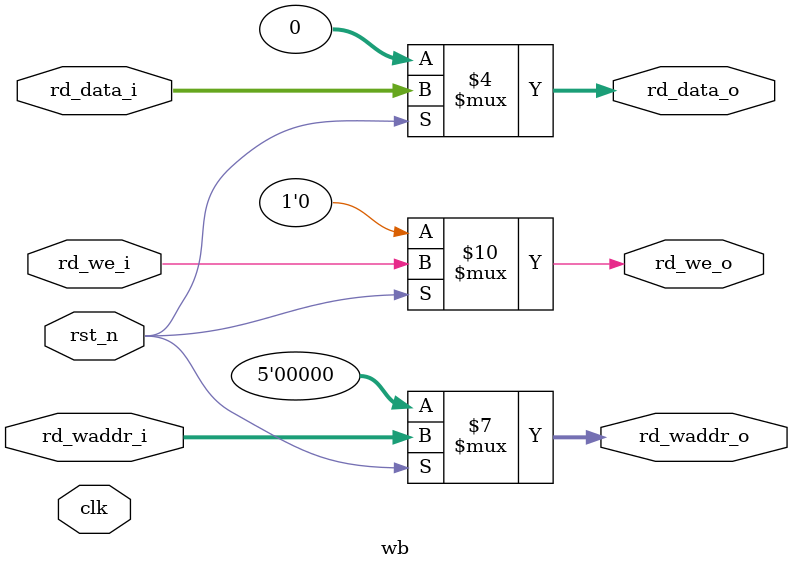
<source format=v>
`include "defines.v"

module wb(
    input              clk,
    input              rst_n,
    input              rd_we_i,           // ME阶段传来的写使能
    input      [4:0]   rd_waddr_i,        // ME阶段传来的写寄存器地址
    input      [31:0]  rd_data_i,         // ME阶段传来的写回数据

    output reg         rd_we_o,           // 输出到寄存器堆
    output reg [4:0]   rd_waddr_o,
    output reg [31:0]  rd_data_o    
  );

  always @(*)
  begin
    if (!rst_n)
    begin
      rd_we_o    <= 1'b0;
      rd_waddr_o <= 5'b0;
      rd_data_o  <= 32'b0;
    end
    else
    begin
      rd_we_o    <= rd_we_i;
      rd_waddr_o <= rd_waddr_i;
      rd_data_o  <= rd_data_i;
    end
  end

endmodule


</source>
